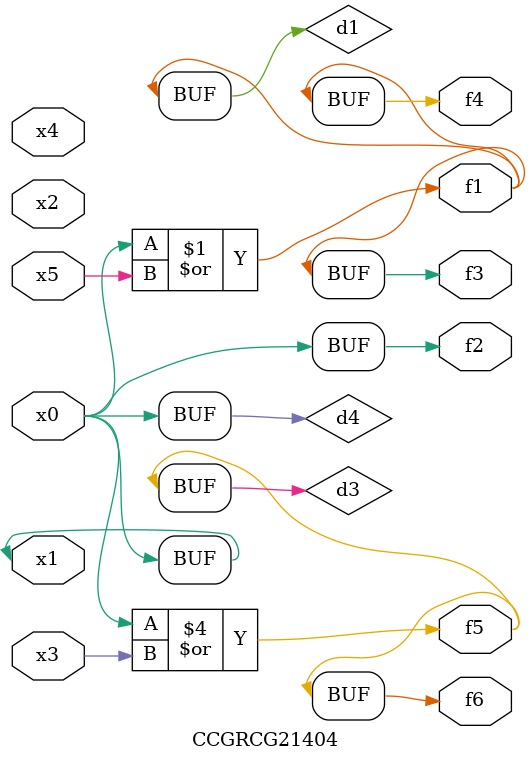
<source format=v>
module CCGRCG21404(
	input x0, x1, x2, x3, x4, x5,
	output f1, f2, f3, f4, f5, f6
);

	wire d1, d2, d3, d4;

	or (d1, x0, x5);
	xnor (d2, x1, x4);
	or (d3, x0, x3);
	buf (d4, x0, x1);
	assign f1 = d1;
	assign f2 = d4;
	assign f3 = d1;
	assign f4 = d1;
	assign f5 = d3;
	assign f6 = d3;
endmodule

</source>
